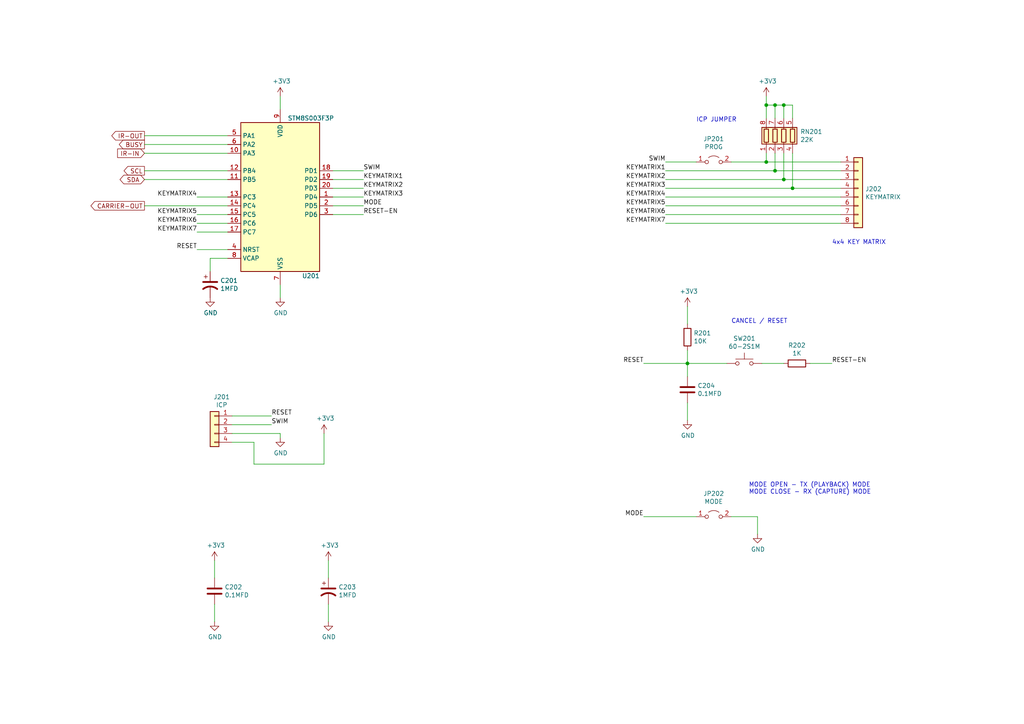
<source format=kicad_sch>
(kicad_sch (version 20211123) (generator eeschema)
  (paper "A4")
  (title_block (title "IR Clone - Signal Capture / Playback Module") (date "2020-12-19") (rev "1.0.0") (company "Dilshan R Jayakody") (comment 1 "jayakody2000lk@gmail.com") (comment 2 "jayakody2000lk.blogspot.com") (comment 3 "https://github.com/dilshan/ir-clone"))
  (lib_symbols
    (symbol "Connector_Generic:Conn_01x04" (pin_names (offset 1.016) hide)
      (property "Reference" "J" (at 0 5.08 0))
      (property "Value" "Conn_01x04" (at 0 -7.62 0))
      (symbol "Conn_01x04_1_1"
        (rectangle (start -1.27 -4.953) (end 0 -5.207) (stroke (width 0.1524)))
        (rectangle (start -1.27 -2.413) (end 0 -2.667) (stroke (width 0.1524)))
        (rectangle (start -1.27 0.127) (end 0 -0.127) (stroke (width 0.1524)))
        (rectangle (start -1.27 2.667) (end 0 2.413) (stroke (width 0.1524)))
        (rectangle (start -1.27 3.81) (end 1.27 -6.35) (stroke (width 0.254)) (fill (type background)))
        (pin passive line (at -5.08 2.54 0) (length 3.81) (name "Pin_1") (number "1"))
        (pin passive line (at -5.08 0 0) (length 3.81) (name "Pin_2") (number "2"))
        (pin passive line (at -5.08 -2.54 0) (length 3.81) (name "Pin_3") (number "3"))
        (pin passive line (at -5.08 -5.08 0) (length 3.81) (name "Pin_4") (number "4"))
      )
    )
    (symbol "Connector_Generic:Conn_01x08" (pin_names (offset 1.016) hide)
      (property "Reference" "J" (at 0 10.16 0))
      (property "Value" "Conn_01x08" (at 0 -12.7 0))
      (symbol "Conn_01x08_1_1"
        (rectangle (start -1.27 -10.033) (end 0 -10.287) (stroke (width 0.1524)))
        (rectangle (start -1.27 -7.493) (end 0 -7.747) (stroke (width 0.1524)))
        (rectangle (start -1.27 -4.953) (end 0 -5.207) (stroke (width 0.1524)))
        (rectangle (start -1.27 -2.413) (end 0 -2.667) (stroke (width 0.1524)))
        (rectangle (start -1.27 0.127) (end 0 -0.127) (stroke (width 0.1524)))
        (rectangle (start -1.27 2.667) (end 0 2.413) (stroke (width 0.1524)))
        (rectangle (start -1.27 5.207) (end 0 4.953) (stroke (width 0.1524)))
        (rectangle (start -1.27 7.747) (end 0 7.493) (stroke (width 0.1524)))
        (rectangle (start -1.27 8.89) (end 1.27 -11.43) (stroke (width 0.254)) (fill (type background)))
        (pin passive line (at -5.08 7.62 0) (length 3.81) (name "Pin_1") (number "1"))
        (pin passive line (at -5.08 5.08 0) (length 3.81) (name "Pin_2") (number "2"))
        (pin passive line (at -5.08 2.54 0) (length 3.81) (name "Pin_3") (number "3"))
        (pin passive line (at -5.08 0 0) (length 3.81) (name "Pin_4") (number "4"))
        (pin passive line (at -5.08 -2.54 0) (length 3.81) (name "Pin_5") (number "5"))
        (pin passive line (at -5.08 -5.08 0) (length 3.81) (name "Pin_6") (number "6"))
        (pin passive line (at -5.08 -7.62 0) (length 3.81) (name "Pin_7") (number "7"))
        (pin passive line (at -5.08 -10.16 0) (length 3.81) (name "Pin_8") (number "8"))
      )
    )
    (symbol "Device:C" (pin_numbers hide) (pin_names (offset 0.254))
      (property "Reference" "C" (at 0.635 2.54 0))
      (property "Value" "C" (at 0.635 -2.54 0))
      (symbol "C_0_1"
        (polyline (pts (xy -2.032 -0.762) (xy 2.032 -0.762)) (stroke (width 0.508)))
        (polyline (pts (xy -2.032 0.762) (xy 2.032 0.762)) (stroke (width 0.508)))
      )
      (symbol "C_1_1"
        (pin passive line (at 0 3.81 270) (length 2.794) (name "~") (number "1"))
        (pin passive line (at 0 -3.81 90) (length 2.794) (name "~") (number "2"))
      )
    )
    (symbol "Device:C_Polarized_US" (pin_numbers hide) (pin_names (offset 0.254) hide)
      (property "Reference" "C" (at 0.635 2.54 0))
      (property "Value" "C_Polarized_US" (at 0.635 -2.54 0))
      (symbol "C_Polarized_US_0_1"
        (polyline (pts (xy -2.032 0.762) (xy 2.032 0.762)) (stroke (width 0.508)))
        (polyline (pts (xy -1.778 2.286) (xy -0.762 2.286)))
        (polyline (pts (xy -1.27 1.778) (xy -1.27 2.794)))
        (arc (start 2.032 -1.27) (mid 0 -0.5572) (end -2.032 -1.27) (stroke (width 0.508)))
      )
      (symbol "C_Polarized_US_1_1"
        (pin passive line (at 0 3.81 270) (length 2.794) (name "~") (number "1"))
        (pin passive line (at 0 -3.81 90) (length 3.302) (name "~") (number "2"))
      )
    )
    (symbol "Device:R" (pin_numbers hide) (pin_names (offset 0))
      (property "Reference" "R" (at 2.032 0 90))
      (property "Value" "R" (at 0 0 90))
      (symbol "R_0_1"
        (rectangle (start -1.016 -2.54) (end 1.016 2.54) (stroke (width 0.254)))
      )
      (symbol "R_1_1"
        (pin passive line (at 0 3.81 270) (length 1.27) (name "~") (number "1"))
        (pin passive line (at 0 -3.81 90) (length 1.27) (name "~") (number "2"))
      )
    )
    (symbol "Device:R_Pack04" (pin_names (offset 0) hide)
      (property "Reference" "RN" (at -7.62 0 90))
      (property "Value" "R_Pack04" (at 5.08 0 90))
      (symbol "R_Pack04_0_1"
        (rectangle (start -6.35 -2.413) (end 3.81 2.413) (stroke (width 0.254)) (fill (type background)))
        (rectangle (start -5.715 1.905) (end -4.445 -1.905) (stroke (width 0.254)))
        (rectangle (start -3.175 1.905) (end -1.905 -1.905) (stroke (width 0.254)))
        (rectangle (start -0.635 1.905) (end 0.635 -1.905) (stroke (width 0.254)))
        (polyline (pts (xy -5.08 -2.54) (xy -5.08 -1.905)))
        (polyline (pts (xy -5.08 1.905) (xy -5.08 2.54)))
        (polyline (pts (xy -2.54 -2.54) (xy -2.54 -1.905)))
        (polyline (pts (xy -2.54 1.905) (xy -2.54 2.54)))
        (polyline (pts (xy 0 -2.54) (xy 0 -1.905)))
        (polyline (pts (xy 0 1.905) (xy 0 2.54)))
        (polyline (pts (xy 2.54 -2.54) (xy 2.54 -1.905)))
        (polyline (pts (xy 2.54 1.905) (xy 2.54 2.54)))
        (rectangle (start 1.905 1.905) (end 3.175 -1.905) (stroke (width 0.254)))
      )
      (symbol "R_Pack04_1_1"
        (pin passive line (at -5.08 -5.08 90) (length 2.54) (name "R1.1") (number "1"))
        (pin passive line (at -2.54 -5.08 90) (length 2.54) (name "R2.1") (number "2"))
        (pin passive line (at 0 -5.08 90) (length 2.54) (name "R3.1") (number "3"))
        (pin passive line (at 2.54 -5.08 90) (length 2.54) (name "R4.1") (number "4"))
        (pin passive line (at 2.54 5.08 270) (length 2.54) (name "R4.2") (number "5"))
        (pin passive line (at 0 5.08 270) (length 2.54) (name "R3.2") (number "6"))
        (pin passive line (at -2.54 5.08 270) (length 2.54) (name "R2.2") (number "7"))
        (pin passive line (at -5.08 5.08 270) (length 2.54) (name "R1.2") (number "8"))
      )
    )
    (symbol "Jumper:Jumper_2_Open" (pin_names (offset 0) hide)
      (property "Reference" "JP" (at 0 2.794 0))
      (property "Value" "Jumper_2_Open" (at 0 -2.286 0))
      (symbol "Jumper_2_Open_0_0"
        (circle (center -2.032 0) (radius 0.508))
        (circle (center 2.032 0) (radius 0.508))
      )
      (symbol "Jumper_2_Open_0_1"
        (arc (start 1.524 1.27) (mid 0 1.778) (end -1.524 1.27))
      )
      (symbol "Jumper_2_Open_1_1"
        (pin passive line (at -5.08 0 0) (length 2.54) (name "A") (number "1"))
        (pin passive line (at 5.08 0 180) (length 2.54) (name "B") (number "2"))
      )
    )
    (symbol "MCU_ST_STM8:STM8S003F3P"
      (property "Reference" "U" (at 1.27 25.4 0))
      (property "Value" "STM8S003F3P" (at 1.27 22.86 0))
      (symbol "STM8S003F3P_0_1"
        (rectangle (start -11.43 21.59) (end 11.43 -21.59) (stroke (width 0.254)) (fill (type background)))
      )
      (symbol "STM8S003F3P_1_1"
        (pin bidirectional line (at 15.24 0 180) (length 3.81) (name "PD4") (number "1"))
        (pin bidirectional line (at -15.24 12.7 0) (length 3.81) (name "PA3") (number "10"))
        (pin bidirectional line (at -15.24 5.08 0) (length 3.81) (name "PB5") (number "11"))
        (pin bidirectional line (at -15.24 7.62 0) (length 3.81) (name "PB4") (number "12"))
        (pin bidirectional line (at -15.24 0 0) (length 3.81) (name "PC3") (number "13"))
        (pin bidirectional line (at -15.24 -2.54 0) (length 3.81) (name "PC4") (number "14"))
        (pin bidirectional line (at -15.24 -5.08 0) (length 3.81) (name "PC5") (number "15"))
        (pin bidirectional line (at -15.24 -7.62 0) (length 3.81) (name "PC6") (number "16"))
        (pin bidirectional line (at -15.24 -10.16 0) (length 3.81) (name "PC7") (number "17"))
        (pin bidirectional line (at 15.24 7.62 180) (length 3.81) (name "PD1") (number "18"))
        (pin bidirectional line (at 15.24 5.08 180) (length 3.81) (name "PD2") (number "19"))
        (pin bidirectional line (at 15.24 -2.54 180) (length 3.81) (name "PD5") (number "2"))
        (pin bidirectional line (at 15.24 2.54 180) (length 3.81) (name "PD3") (number "20"))
        (pin bidirectional line (at 15.24 -5.08 180) (length 3.81) (name "PD6") (number "3"))
        (pin input line (at -15.24 -15.24 0) (length 3.81) (name "NRST") (number "4"))
        (pin bidirectional line (at -15.24 17.78 0) (length 3.81) (name "PA1") (number "5"))
        (pin bidirectional line (at -15.24 15.24 0) (length 3.81) (name "PA2") (number "6"))
        (pin power_in line (at 0 -25.4 90) (length 3.81) (name "VSS") (number "7"))
        (pin passive line (at -15.24 -17.78 0) (length 3.81) (name "VCAP") (number "8"))
        (pin power_in line (at 0 25.4 270) (length 3.81) (name "VDD") (number "9"))
      )
    )
    (symbol "Switch:SW_Push" (pin_numbers hide) (pin_names (offset 1.016) hide)
      (property "Reference" "SW" (at 1.27 2.54 0))
      (property "Value" "SW_Push" (at 0 -1.524 0))
      (symbol "SW_Push_0_1"
        (circle (center -2.032 0) (radius 0.508))
        (polyline (pts (xy 0 1.27) (xy 0 3.048)))
        (polyline (pts (xy 2.54 1.27) (xy -2.54 1.27)))
        (circle (center 2.032 0) (radius 0.508))
        (pin passive line (at -5.08 0 0) (length 2.54) (name "1") (number "1"))
        (pin passive line (at 5.08 0 180) (length 2.54) (name "2") (number "2"))
      )
    )
    (symbol "power:+3V3" (power) (pin_names (offset 0))
      (property "Value" "+3V3" (at 0 3.556 0))
      (symbol "+3V3_0_1"
        (polyline (pts (xy -0.762 1.27) (xy 0 2.54)))
        (polyline (pts (xy 0 0) (xy 0 2.54)))
        (polyline (pts (xy 0 2.54) (xy 0.762 1.27)))
      )
      (symbol "+3V3_1_1"
        (pin power_in line (at 0 0 90) (length 0) hide (name "+3V3") (number "1"))
      )
    )
    (symbol "power:GND" (power) (pin_names (offset 0))
      (property "Value" "GND" (at 0 -3.81 0))
      (symbol "GND_0_1"
        (polyline (pts (xy 0 0) (xy 0 -1.27) (xy 1.27 -1.27) (xy 0 -2.54) (xy -1.27 -1.27) (xy 0 -1.27)))
      )
      (symbol "GND_1_1"
        (pin power_in line (at 0 0 270) (length 0) hide (name "GND") (number "1"))
      )
    )
  )
  (junction (at 227.33 52.07))
  (junction (at 224.79 49.53))
  (junction (at 222.25 46.99))
  (junction (at 227.33 30.48))
  (junction (at 224.79 30.48))
  (junction (at 229.87 54.61))
  (junction (at 199.39 105.41))
  (junction (at 222.25 30.48))
  (wire (pts (xy 193.04 49.53) (xy 224.79 49.53)))
  (wire (pts (xy 199.39 105.41) (xy 210.82 105.41)))
  (wire (pts (xy 193.04 62.23) (xy 243.84 62.23)))
  (wire (pts (xy 95.25 162.56) (xy 95.25 167.64)))
  (wire (pts (xy 41.91 39.37) (xy 66.04 39.37)))
  (wire (pts (xy 193.04 59.69) (xy 243.84 59.69)))
  (wire (pts (xy 199.39 105.41) (xy 199.39 101.6)))
  (wire (pts (xy 229.87 34.29) (xy 229.87 30.48)))
  (wire (pts (xy 78.74 123.19) (xy 67.31 123.19)))
  (wire (pts (xy 57.15 62.23) (xy 66.04 62.23)))
  (wire (pts (xy 93.98 134.62) (xy 93.98 125.73)))
  (wire (pts (xy 243.84 46.99) (xy 222.25 46.99)))
  (wire (pts (xy 62.23 162.56) (xy 62.23 167.64)))
  (wire (pts (xy 212.09 46.99) (xy 222.25 46.99)))
  (wire (pts (xy 186.69 149.86) (xy 201.93 149.86)))
  (wire (pts (xy 105.41 52.07) (xy 96.52 52.07)))
  (wire (pts (xy 212.09 149.86) (xy 219.71 149.86)))
  (wire (pts (xy 41.91 52.07) (xy 66.04 52.07)))
  (wire (pts (xy 227.33 44.45) (xy 227.33 52.07)))
  (wire (pts (xy 67.31 125.73) (xy 81.28 125.73)))
  (wire (pts (xy 57.15 57.15) (xy 66.04 57.15)))
  (wire (pts (xy 193.04 54.61) (xy 229.87 54.61)))
  (wire (pts (xy 41.91 41.91) (xy 66.04 41.91)))
  (wire (pts (xy 227.33 52.07) (xy 243.84 52.07)))
  (wire (pts (xy 193.04 64.77) (xy 243.84 64.77)))
  (wire (pts (xy 224.79 44.45) (xy 224.79 49.53)))
  (wire (pts (xy 186.69 105.41) (xy 199.39 105.41)))
  (wire (pts (xy 105.41 49.53) (xy 96.52 49.53)))
  (wire (pts (xy 95.25 175.26) (xy 95.25 180.34)))
  (wire (pts (xy 105.41 54.61) (xy 96.52 54.61)))
  (wire (pts (xy 224.79 30.48) (xy 227.33 30.48)))
  (wire (pts (xy 81.28 125.73) (xy 81.28 127)))
  (wire (pts (xy 193.04 57.15) (xy 243.84 57.15)))
  (wire (pts (xy 41.91 59.69) (xy 66.04 59.69)))
  (wire (pts (xy 227.33 105.41) (xy 220.98 105.41)))
  (wire (pts (xy 222.25 46.99) (xy 222.25 44.45)))
  (wire (pts (xy 41.91 49.53) (xy 66.04 49.53)))
  (wire (pts (xy 193.04 46.99) (xy 201.93 46.99)))
  (wire (pts (xy 66.04 74.93) (xy 60.96 74.93)))
  (wire (pts (xy 78.74 120.65) (xy 67.31 120.65)))
  (wire (pts (xy 224.79 49.53) (xy 243.84 49.53)))
  (wire (pts (xy 41.91 44.45) (xy 66.04 44.45)))
  (wire (pts (xy 222.25 30.48) (xy 222.25 34.29)))
  (wire (pts (xy 199.39 116.84) (xy 199.39 121.92)))
  (wire (pts (xy 81.28 82.55) (xy 81.28 86.36)))
  (wire (pts (xy 193.04 52.07) (xy 227.33 52.07)))
  (wire (pts (xy 222.25 30.48) (xy 224.79 30.48)))
  (wire (pts (xy 224.79 34.29) (xy 224.79 30.48)))
  (wire (pts (xy 62.23 175.26) (xy 62.23 180.34)))
  (wire (pts (xy 105.41 62.23) (xy 96.52 62.23)))
  (wire (pts (xy 219.71 149.86) (xy 219.71 154.94)))
  (wire (pts (xy 229.87 44.45) (xy 229.87 54.61)))
  (wire (pts (xy 57.15 64.77) (xy 66.04 64.77)))
  (wire (pts (xy 60.96 74.93) (xy 60.96 78.74)))
  (wire (pts (xy 73.66 128.27) (xy 73.66 134.62)))
  (wire (pts (xy 222.25 27.94) (xy 222.25 30.48)))
  (wire (pts (xy 105.41 59.69) (xy 96.52 59.69)))
  (wire (pts (xy 227.33 34.29) (xy 227.33 30.48)))
  (wire (pts (xy 199.39 109.22) (xy 199.39 105.41)))
  (wire (pts (xy 73.66 134.62) (xy 93.98 134.62)))
  (wire (pts (xy 229.87 54.61) (xy 243.84 54.61)))
  (wire (pts (xy 241.3 105.41) (xy 234.95 105.41)))
  (wire (pts (xy 67.31 128.27) (xy 73.66 128.27)))
  (wire (pts (xy 81.28 27.94) (xy 81.28 31.75)))
  (wire (pts (xy 105.41 57.15) (xy 96.52 57.15)))
  (wire (pts (xy 199.39 93.98) (xy 199.39 88.9)))
  (wire (pts (xy 229.87 30.48) (xy 227.33 30.48)))
  (wire (pts (xy 57.15 67.31) (xy 66.04 67.31)))
  (wire (pts (xy 57.15 72.39) (xy 66.04 72.39)))
  (text "ICP JUMPER" (at 201.93 35.56 0) (effects (font (size 1.27 1.27)) (justify left bottom)))
  (text "CANCEL / RESET" (at 212.09 93.98 0) (effects (font (size 1.27 1.27)) (justify left bottom)))
  (text "MODE OPEN - TX (PLAYBACK) MODE\nMODE CLOSE - RX (CAPTURE) MODE" (at 217.17 143.51 0) (effects (font (size 1.27 1.27)) (justify left bottom)))
  (text "4x4 KEY MATRIX" (at 241.3 71.12 0) (effects (font (size 1.27 1.27)) (justify left bottom)))
  (label "KEYMATRIX3" (at 105.41 57.15 0))
  (label "KEYMATRIX4" (at 193.04 57.15 180))
  (label "SWIM" (at 78.74 123.19 0))
  (label "RESET" (at 57.15 72.39 180))
  (label "SWIM" (at 105.41 49.53 0))
  (label "RESET-EN" (at 241.3 105.41 0))
  (label "KEYMATRIX7" (at 57.15 67.31 180))
  (label "KEYMATRIX6" (at 193.04 62.23 180))
  (label "KEYMATRIX2" (at 105.41 54.61 0))
  (label "KEYMATRIX2" (at 193.04 52.07 180))
  (label "KEYMATRIX5" (at 57.15 62.23 180))
  (label "KEYMATRIX4" (at 57.15 57.15 180))
  (label "MODE" (at 105.41 59.69 0))
  (label "RESET" (at 78.74 120.65 0))
  (label "MODE" (at 186.69 149.86 180))
  (label "KEYMATRIX3" (at 193.04 54.61 180))
  (label "KEYMATRIX6" (at 57.15 64.77 180))
  (label "KEYMATRIX7" (at 193.04 64.77 180))
  (label "KEYMATRIX1" (at 105.41 52.07 0))
  (label "KEYMATRIX1" (at 193.04 49.53 180))
  (label "SWIM" (at 193.04 46.99 180))
  (label "RESET-EN" (at 105.41 62.23 0))
  (label "RESET" (at 186.69 105.41 180))
  (label "KEYMATRIX5" (at 193.04 59.69 180))
  (global_label "IR-IN" (shape input) (at 41.91 44.45 180) (property "Intersheet References" "${INTERSHEET_REFS}" (effects hide)))
  (global_label "CARRIER-OUT" (shape output) (at 41.91 59.69 180) (property "Intersheet References" "${INTERSHEET_REFS}" (effects hide)))
  (global_label "SCL" (shape output) (at 41.91 49.53 180) (property "Intersheet References" "${INTERSHEET_REFS}" (effects hide)))
  (global_label "BUSY" (shape output) (at 41.91 41.91 180) (property "Intersheet References" "${INTERSHEET_REFS}" (effects hide)))
  (global_label "IR-OUT" (shape output) (at 41.91 39.37 180) (property "Intersheet References" "${INTERSHEET_REFS}" (effects hide)))
  (global_label "SDA" (shape bidirectional) (at 41.91 52.07 180) (property "Intersheet References" "${INTERSHEET_REFS}" (effects hide)))
  (symbol (lib_id "MCU_ST_STM8:STM8S003F3P") (at 81.28 57.15 0) (unit 1)
    (property "Reference" "U201" (at 90.17 80.01 0))
    (property "Value" "STM8S003F3P" (at 90.17 34.29 0))
    (property "Footprint" "Package_SO:TSSOP-20_4.4x6.5mm_P0.65mm" (effects hide))
    (property "Datasheet" "http://www.st.com/st-web-ui/static/active/en/resource/technical/document/datasheet/DM00024550.pdf" (effects hide))
  )
  (symbol (lib_id "power:GND") (at 81.28 86.36 0) (unit 1)
    (property "Reference" "#PWR0205" (effects hide))
    (property "Value" "GND" (at 81.407 90.7542 0))
  )
  (symbol (lib_id "power:+3V3") (at 81.28 27.94 0) (unit 1)
    (property "Reference" "#PWR0204" (effects hide))
    (property "Value" "+3V3" (at 81.661 23.5458 0))
  )
  (symbol (lib_id "Device:C_Polarized_US") (at 60.96 82.55 0) (unit 1)
    (property "Reference" "C201" (at 63.881 81.3816 0) (effects (justify left)))
    (property "Value" "1MFD" (at 63.881 83.693 0) (effects (justify left)))
    (property "Footprint" "Capacitor_SMD:C_0805_2012Metric_Pad1.18x1.45mm_HandSolder" (effects hide))
  )
  (symbol (lib_id "power:GND") (at 60.96 86.36 0) (unit 1)
    (property "Reference" "#PWR0201" (effects hide))
    (property "Value" "GND" (at 61.087 90.7542 0))
  )
  (symbol (lib_id "Connector_Generic:Conn_01x08") (at 248.92 54.61 0) (unit 1)
    (property "Reference" "J202" (at 250.952 54.8132 0) (effects (justify left)))
    (property "Value" "KEYMATRIX" (at 250.952 57.1246 0) (effects (justify left)))
    (property "Footprint" "Connector_PinHeader_2.54mm:PinHeader_1x08_P2.54mm_Vertical" (effects hide))
  )
  (symbol (lib_id "Jumper:Jumper_2_Open") (at 207.01 46.99 0) (unit 1)
    (property "Reference" "JP201" (at 207.01 40.2844 0))
    (property "Value" "PROG" (at 207.01 42.5958 0))
    (property "Footprint" "Jumper:SolderJumper-2_P1.3mm_Bridged_Pad1.0x1.5mm" (effects hide))
  )
  (symbol (lib_id "Device:R_Pack04") (at 227.33 39.37 0) (unit 1)
    (property "Reference" "RN201" (at 232.1052 38.2016 0) (effects (justify left)))
    (property "Value" "22K" (at 232.1052 40.513 0) (effects (justify left)))
    (property "Footprint" "Resistor_SMD:R_Array_Convex_4x0603" (effects hide))
  )
  (symbol (lib_id "power:+3V3") (at 222.25 27.94 0) (unit 1)
    (property "Reference" "#PWR0213" (effects hide))
    (property "Value" "+3V3" (at 222.631 23.5458 0))
  )
  (symbol (lib_id "Switch:SW_Push") (at 215.9 105.41 0) (unit 1)
    (property "Reference" "SW201" (at 215.9 98.171 0))
    (property "Value" "60-2S1M" (at 215.9 100.4824 0))
    (property "Footprint" "Button_Switch_THT:SW_PUSH_6mm" (effects hide))
  )
  (symbol (lib_id "Device:R") (at 199.39 97.79 0) (unit 1)
    (property "Reference" "R201" (at 201.168 96.6216 0) (effects (justify left)))
    (property "Value" "10K" (at 201.168 98.933 0) (effects (justify left)))
    (property "Footprint" "Resistor_SMD:R_0805_2012Metric_Pad1.20x1.40mm_HandSolder" (effects hide))
  )
  (symbol (lib_id "Device:C") (at 199.39 113.03 0) (unit 1)
    (property "Reference" "C204" (at 202.311 111.8616 0) (effects (justify left)))
    (property "Value" "0.1MFD" (at 202.311 114.173 0) (effects (justify left)))
    (property "Footprint" "Capacitor_SMD:C_0805_2012Metric_Pad1.18x1.45mm_HandSolder" (effects hide))
  )
  (symbol (lib_id "power:+3V3") (at 199.39 88.9 0) (unit 1)
    (property "Reference" "#PWR0210" (effects hide))
    (property "Value" "+3V3" (at 199.771 84.5058 0))
  )
  (symbol (lib_id "power:GND") (at 199.39 121.92 0) (unit 1)
    (property "Reference" "#PWR0211" (effects hide))
    (property "Value" "GND" (at 199.517 126.3142 0))
  )
  (symbol (lib_id "Device:R") (at 231.14 105.41 270) (unit 1)
    (property "Reference" "R202" (at 231.14 100.1522 90))
    (property "Value" "1K" (at 231.14 102.4636 90))
    (property "Footprint" "Resistor_SMD:R_0805_2012Metric_Pad1.20x1.40mm_HandSolder" (effects hide))
  )
  (symbol (lib_id "Jumper:Jumper_2_Open") (at 207.01 149.86 0) (unit 1)
    (property "Reference" "JP202" (at 207.01 143.1544 0))
    (property "Value" "MODE" (at 207.01 145.4658 0))
    (property "Footprint" "Connector_PinHeader_2.54mm:PinHeader_1x02_P2.54mm_Vertical" (effects hide))
  )
  (symbol (lib_id "power:GND") (at 219.71 154.94 0) (unit 1)
    (property "Reference" "#PWR0212" (effects hide))
    (property "Value" "GND" (at 219.837 159.3342 0))
  )
  (symbol (lib_id "Connector_Generic:Conn_01x04") (at 62.23 123.19 0) (mirror y) (unit 1)
    (property "Reference" "J201" (at 64.3128 115.1382 0))
    (property "Value" "ICP" (at 64.3128 117.4496 0))
    (property "Footprint" "ir-signalgen-lite:pogo-2.54mmx4" (effects hide))
  )
  (symbol (lib_id "power:GND") (at 81.28 127 0) (unit 1)
    (property "Reference" "#PWR0206" (effects hide))
    (property "Value" "GND" (at 81.407 131.3942 0))
  )
  (symbol (lib_id "power:+3V3") (at 93.98 125.73 0) (unit 1)
    (property "Reference" "#PWR0207" (effects hide))
    (property "Value" "+3V3" (at 94.361 121.3358 0))
  )
  (symbol (lib_id "power:+3V3") (at 62.23 162.56 0) (unit 1)
    (property "Reference" "#PWR0202" (effects hide))
    (property "Value" "+3V3" (at 62.611 158.1658 0))
  )
  (symbol (lib_id "Device:C") (at 62.23 171.45 0) (unit 1)
    (property "Reference" "C202" (at 65.151 170.2816 0) (effects (justify left)))
    (property "Value" "0.1MFD" (at 65.151 172.593 0) (effects (justify left)))
    (property "Footprint" "Capacitor_SMD:C_0805_2012Metric_Pad1.18x1.45mm_HandSolder" (effects hide))
  )
  (symbol (lib_id "power:GND") (at 62.23 180.34 0) (unit 1)
    (property "Reference" "#PWR0203" (effects hide))
    (property "Value" "GND" (at 62.357 184.7342 0))
  )
  (symbol (lib_id "power:+3V3") (at 95.25 162.56 0) (unit 1)
    (property "Reference" "#PWR0208" (effects hide))
    (property "Value" "+3V3" (at 95.631 158.1658 0))
  )
  (symbol (lib_id "Device:C_Polarized_US") (at 95.25 171.45 0) (unit 1)
    (property "Reference" "C203" (at 98.171 170.2816 0) (effects (justify left)))
    (property "Value" "1MFD" (at 98.171 172.593 0) (effects (justify left)))
    (property "Footprint" "Capacitor_THT:CP_Radial_D5.0mm_P2.50mm" (effects hide))
  )
  (symbol (lib_id "power:GND") (at 95.25 180.34 0) (unit 1)
    (property "Reference" "#PWR0209" (effects hide))
    (property "Value" "GND" (at 95.377 184.7342 0))
  )
)
</source>
